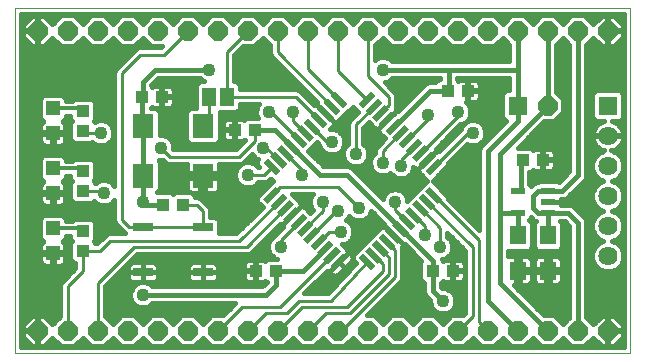
<source format=gtl>
G75*
G70*
%OFA0B0*%
%FSLAX24Y24*%
%IPPOS*%
%LPD*%
%AMOC8*
5,1,8,0,0,1.08239X$1,22.5*
%
%ADD10C,0.0000*%
%ADD11R,0.0472X0.0217*%
%ADD12R,0.0650X0.0300*%
%ADD13R,0.0394X0.0433*%
%ADD14R,0.0472X0.0472*%
%ADD15R,0.0433X0.0394*%
%ADD16OC8,0.0640*%
%ADD17R,0.0709X0.0787*%
%ADD18R,0.0460X0.0630*%
%ADD19R,0.0551X0.0630*%
%ADD20R,0.0640X0.0640*%
%ADD21C,0.0640*%
%ADD22R,0.0217X0.0591*%
%ADD23C,0.0160*%
%ADD24C,0.0436*%
%ADD25C,0.0100*%
%ADD26C,0.0120*%
D10*
X000431Y001218D02*
X000431Y012718D01*
X020931Y012718D01*
X020931Y001218D01*
X000431Y001218D01*
D11*
X017170Y005894D03*
X018193Y005894D03*
X018193Y006268D03*
X018193Y006642D03*
X017170Y006642D03*
D12*
X006681Y005418D03*
X004681Y005418D03*
X004681Y003918D03*
X006681Y003918D03*
D13*
X006016Y006168D03*
X005347Y006168D03*
D14*
X001681Y006554D03*
X001681Y007381D03*
X001681Y008554D03*
X001681Y009381D03*
X001681Y005381D03*
X001681Y004554D03*
D15*
X002681Y004633D03*
X002681Y005302D03*
X002681Y006633D03*
X002681Y007302D03*
X002681Y008633D03*
X002681Y009302D03*
X004647Y009768D03*
X005316Y009768D03*
X007747Y008668D03*
X008416Y008668D03*
X014847Y009968D03*
X015516Y009968D03*
X017347Y007668D03*
X018016Y007668D03*
X015016Y003968D03*
X014347Y003968D03*
X009116Y003968D03*
X008447Y003968D03*
D16*
X008181Y001968D03*
X009181Y001968D03*
X010181Y001968D03*
X011181Y001968D03*
X012181Y001968D03*
X013181Y001968D03*
X014181Y001968D03*
X015181Y001968D03*
X016181Y001968D03*
X017181Y001968D03*
X018181Y001968D03*
X019181Y001968D03*
X020181Y001968D03*
X018181Y009468D03*
X018181Y011968D03*
X019181Y011968D03*
X020181Y011968D03*
X017181Y011968D03*
X016181Y011968D03*
X015181Y011968D03*
X014181Y011968D03*
X013181Y011968D03*
X012181Y011968D03*
X011181Y011968D03*
X010181Y011968D03*
X009181Y011968D03*
X008181Y011968D03*
X007181Y011968D03*
X006181Y011968D03*
X005181Y011968D03*
X004181Y011968D03*
X003181Y011968D03*
X002181Y011968D03*
X001181Y011968D03*
X001181Y001968D03*
X002181Y001968D03*
X003181Y001968D03*
X004181Y001968D03*
X005181Y001968D03*
X006181Y001968D03*
X007181Y001968D03*
D17*
X006681Y007141D03*
X004681Y007141D03*
X004681Y008794D03*
X006681Y008794D03*
D18*
X006881Y009768D03*
X007481Y009768D03*
D19*
X017181Y005158D03*
X018181Y005158D03*
X018181Y003977D03*
X017181Y003977D03*
D20*
X017181Y009468D03*
X020181Y009468D03*
D21*
X020181Y008468D03*
X020181Y007468D03*
X020181Y006468D03*
X020181Y005468D03*
X020181Y004468D03*
D22*
G36*
X014666Y006362D02*
X014514Y006210D01*
X014098Y006626D01*
X014250Y006778D01*
X014666Y006362D01*
G37*
G36*
X014443Y006140D02*
X014291Y005988D01*
X013875Y006404D01*
X014027Y006556D01*
X014443Y006140D01*
G37*
G36*
X014220Y005917D02*
X014068Y005765D01*
X013652Y006181D01*
X013804Y006333D01*
X014220Y005917D01*
G37*
G36*
X013998Y005694D02*
X013846Y005542D01*
X013430Y005958D01*
X013582Y006110D01*
X013998Y005694D01*
G37*
G36*
X013775Y005471D02*
X013623Y005319D01*
X013207Y005735D01*
X013359Y005887D01*
X013775Y005471D01*
G37*
G36*
X013552Y005249D02*
X013400Y005097D01*
X012984Y005513D01*
X013136Y005665D01*
X013552Y005249D01*
G37*
G36*
X013330Y005026D02*
X013178Y004874D01*
X012762Y005290D01*
X012914Y005442D01*
X013330Y005026D01*
G37*
G36*
X013107Y004803D02*
X012955Y004651D01*
X012539Y005067D01*
X012691Y005219D01*
X013107Y004803D01*
G37*
G36*
X012884Y004581D02*
X012732Y004429D01*
X012316Y004845D01*
X012468Y004997D01*
X012884Y004581D01*
G37*
G36*
X012661Y004358D02*
X012509Y004206D01*
X012093Y004622D01*
X012245Y004774D01*
X012661Y004358D01*
G37*
G36*
X012439Y004135D02*
X012287Y003983D01*
X011871Y004399D01*
X012023Y004551D01*
X012439Y004135D01*
G37*
G36*
X011076Y003983D02*
X010924Y004135D01*
X011340Y004551D01*
X011492Y004399D01*
X011076Y003983D01*
G37*
G36*
X010853Y004206D02*
X010701Y004358D01*
X011117Y004774D01*
X011269Y004622D01*
X010853Y004206D01*
G37*
G36*
X010631Y004429D02*
X010479Y004581D01*
X010895Y004997D01*
X011047Y004845D01*
X010631Y004429D01*
G37*
G36*
X010408Y004651D02*
X010256Y004803D01*
X010672Y005219D01*
X010824Y005067D01*
X010408Y004651D01*
G37*
G36*
X010185Y004874D02*
X010033Y005026D01*
X010449Y005442D01*
X010601Y005290D01*
X010185Y004874D01*
G37*
G36*
X009963Y005097D02*
X009811Y005249D01*
X010227Y005665D01*
X010379Y005513D01*
X009963Y005097D01*
G37*
G36*
X009740Y005319D02*
X009588Y005471D01*
X010004Y005887D01*
X010156Y005735D01*
X009740Y005319D01*
G37*
G36*
X009517Y005542D02*
X009365Y005694D01*
X009781Y006110D01*
X009933Y005958D01*
X009517Y005542D01*
G37*
G36*
X009294Y005765D02*
X009142Y005917D01*
X009558Y006333D01*
X009710Y006181D01*
X009294Y005765D01*
G37*
G36*
X009072Y005988D02*
X008920Y006140D01*
X009336Y006556D01*
X009488Y006404D01*
X009072Y005988D01*
G37*
G36*
X008849Y006210D02*
X008697Y006362D01*
X009113Y006778D01*
X009265Y006626D01*
X008849Y006210D01*
G37*
G36*
X009265Y007309D02*
X009113Y007157D01*
X008697Y007573D01*
X008849Y007725D01*
X009265Y007309D01*
G37*
G36*
X009488Y007532D02*
X009336Y007380D01*
X008920Y007796D01*
X009072Y007948D01*
X009488Y007532D01*
G37*
G36*
X009710Y007754D02*
X009558Y007602D01*
X009142Y008018D01*
X009294Y008170D01*
X009710Y007754D01*
G37*
G36*
X009933Y007977D02*
X009781Y007825D01*
X009365Y008241D01*
X009517Y008393D01*
X009933Y007977D01*
G37*
G36*
X010156Y008200D02*
X010004Y008048D01*
X009588Y008464D01*
X009740Y008616D01*
X010156Y008200D01*
G37*
G36*
X010379Y008422D02*
X010227Y008270D01*
X009811Y008686D01*
X009963Y008838D01*
X010379Y008422D01*
G37*
G36*
X010601Y008645D02*
X010449Y008493D01*
X010033Y008909D01*
X010185Y009061D01*
X010601Y008645D01*
G37*
G36*
X010824Y008868D02*
X010672Y008716D01*
X010256Y009132D01*
X010408Y009284D01*
X010824Y008868D01*
G37*
G36*
X011047Y009090D02*
X010895Y008938D01*
X010479Y009354D01*
X010631Y009506D01*
X011047Y009090D01*
G37*
G36*
X011269Y009313D02*
X011117Y009161D01*
X010701Y009577D01*
X010853Y009729D01*
X011269Y009313D01*
G37*
G36*
X011492Y009536D02*
X011340Y009384D01*
X010924Y009800D01*
X011076Y009952D01*
X011492Y009536D01*
G37*
G36*
X012023Y009384D02*
X011871Y009536D01*
X012287Y009952D01*
X012439Y009800D01*
X012023Y009384D01*
G37*
G36*
X012245Y009161D02*
X012093Y009313D01*
X012509Y009729D01*
X012661Y009577D01*
X012245Y009161D01*
G37*
G36*
X012468Y008938D02*
X012316Y009090D01*
X012732Y009506D01*
X012884Y009354D01*
X012468Y008938D01*
G37*
G36*
X012691Y008716D02*
X012539Y008868D01*
X012955Y009284D01*
X013107Y009132D01*
X012691Y008716D01*
G37*
G36*
X012914Y008493D02*
X012762Y008645D01*
X013178Y009061D01*
X013330Y008909D01*
X012914Y008493D01*
G37*
G36*
X013136Y008270D02*
X012984Y008422D01*
X013400Y008838D01*
X013552Y008686D01*
X013136Y008270D01*
G37*
G36*
X013359Y008048D02*
X013207Y008200D01*
X013623Y008616D01*
X013775Y008464D01*
X013359Y008048D01*
G37*
G36*
X013582Y007825D02*
X013430Y007977D01*
X013846Y008393D01*
X013998Y008241D01*
X013582Y007825D01*
G37*
G36*
X013804Y007602D02*
X013652Y007754D01*
X014068Y008170D01*
X014220Y008018D01*
X013804Y007602D01*
G37*
G36*
X014027Y007380D02*
X013875Y007532D01*
X014291Y007948D01*
X014443Y007796D01*
X014027Y007380D01*
G37*
G36*
X014250Y007157D02*
X014098Y007309D01*
X014514Y007725D01*
X014666Y007573D01*
X014250Y007157D01*
G37*
D23*
X014369Y006992D02*
X015901Y006992D01*
X015901Y007151D02*
X014528Y007151D01*
X014686Y007309D02*
X015901Y007309D01*
X015901Y007468D02*
X014845Y007468D01*
X014867Y007490D02*
X014867Y007573D01*
X015489Y008195D01*
X015598Y008149D01*
X015765Y008149D01*
X015918Y008213D01*
X016036Y008331D01*
X016099Y008484D01*
X016099Y008651D01*
X016036Y008804D01*
X015918Y008922D01*
X015765Y008986D01*
X015598Y008986D01*
X015445Y008922D01*
X015327Y008804D01*
X015281Y008694D01*
X014541Y007954D01*
X014495Y007999D01*
X014159Y007664D01*
X014495Y008000D01*
X014449Y008045D01*
X015253Y008849D01*
X015265Y008849D01*
X015418Y008913D01*
X015536Y009031D01*
X015599Y009184D01*
X015599Y009351D01*
X015536Y009504D01*
X015449Y009591D01*
X015498Y009591D01*
X015498Y009949D01*
X015534Y009949D01*
X015534Y009591D01*
X015756Y009591D01*
X015802Y009603D01*
X015843Y009627D01*
X015877Y009660D01*
X015900Y009701D01*
X015913Y009747D01*
X015913Y009949D01*
X015535Y009949D01*
X015535Y009986D01*
X015913Y009986D01*
X015913Y010188D01*
X015900Y010234D01*
X015877Y010275D01*
X015843Y010308D01*
X015802Y010332D01*
X015756Y010344D01*
X015534Y010344D01*
X015534Y009986D01*
X015498Y009986D01*
X015498Y010344D01*
X015276Y010344D01*
X015230Y010332D01*
X015197Y010313D01*
X015161Y010349D01*
X015161Y010388D01*
X016901Y010388D01*
X016901Y009988D01*
X016779Y009988D01*
X016661Y009870D01*
X016661Y009065D01*
X016772Y008954D01*
X015944Y008126D01*
X015901Y008023D01*
X015901Y007912D01*
X015901Y005328D01*
X014867Y006362D01*
X014867Y006445D01*
X014344Y006968D01*
X014867Y007490D01*
X014921Y007626D02*
X015901Y007626D01*
X015901Y007785D02*
X015079Y007785D01*
X015238Y007943D02*
X015901Y007943D01*
X015934Y008102D02*
X015396Y008102D01*
X015966Y008261D02*
X016079Y008261D01*
X016072Y008419D02*
X016237Y008419D01*
X016099Y008578D02*
X016396Y008578D01*
X016554Y008736D02*
X016064Y008736D01*
X015945Y008895D02*
X016713Y008895D01*
X016673Y009053D02*
X015545Y009053D01*
X015417Y008895D02*
X015374Y008895D01*
X015299Y008736D02*
X015140Y008736D01*
X015165Y008578D02*
X014981Y008578D01*
X015007Y008419D02*
X014823Y008419D01*
X014848Y008261D02*
X014664Y008261D01*
X014690Y008102D02*
X014506Y008102D01*
X014439Y007943D02*
X014439Y007943D01*
X014281Y007785D02*
X014280Y007785D01*
X014159Y007664D02*
X014159Y007664D01*
X014159Y007663D02*
X014159Y007663D01*
X013823Y007327D01*
X013896Y007254D01*
X013896Y007226D01*
X014155Y006968D01*
X013896Y006709D01*
X013674Y006487D01*
X013499Y006312D01*
X013499Y006351D01*
X013436Y006504D01*
X013318Y006622D01*
X013165Y006686D01*
X012998Y006686D01*
X012845Y006622D01*
X012727Y006504D01*
X012672Y006372D01*
X011719Y007326D01*
X011640Y007405D01*
X011537Y007448D01*
X010706Y007448D01*
X010197Y007957D01*
X010357Y008117D01*
X010491Y008250D01*
X010568Y008173D01*
X010627Y008031D01*
X010745Y007913D01*
X010898Y007849D01*
X011065Y007849D01*
X011218Y007913D01*
X011336Y008031D01*
X011399Y008184D01*
X011399Y008351D01*
X011336Y008504D01*
X011218Y008622D01*
X011065Y008686D01*
X010926Y008686D01*
X011025Y008785D01*
X011025Y008813D01*
X011099Y008886D01*
X010763Y009222D01*
X010763Y009222D01*
X011099Y008887D01*
X011172Y008960D01*
X011200Y008960D01*
X011423Y009183D01*
X011681Y009441D01*
X011850Y009272D01*
X011640Y009061D01*
X011569Y008991D01*
X011531Y008899D01*
X011531Y008209D01*
X011427Y008104D01*
X011363Y007951D01*
X011363Y007784D01*
X011427Y007631D01*
X011545Y007513D01*
X011698Y007449D01*
X011865Y007449D01*
X012018Y007513D01*
X012136Y007631D01*
X012199Y007784D01*
X012199Y007951D01*
X012136Y008104D01*
X012031Y008209D01*
X012031Y008746D01*
X012204Y008918D01*
X012385Y008737D01*
X012413Y008737D01*
X012487Y008664D01*
X012822Y009000D01*
X012823Y008999D01*
X012487Y008664D01*
X012560Y008590D01*
X012560Y008562D01*
X012741Y008381D01*
X012540Y008179D01*
X012469Y008109D01*
X012431Y008017D01*
X012431Y007909D01*
X012327Y007804D01*
X012263Y007651D01*
X012263Y007484D01*
X012327Y007331D01*
X012445Y007213D01*
X012598Y007149D01*
X012765Y007149D01*
X012918Y007213D01*
X012931Y007226D01*
X013045Y007113D01*
X013198Y007049D01*
X013365Y007049D01*
X013518Y007113D01*
X013636Y007231D01*
X013699Y007384D01*
X013699Y007423D01*
X013721Y007401D01*
X013750Y007401D01*
X013823Y007328D01*
X014159Y007663D01*
X014122Y007626D02*
X014122Y007626D01*
X013964Y007468D02*
X013963Y007468D01*
X013841Y007309D02*
X013668Y007309D01*
X013556Y007151D02*
X013971Y007151D01*
X014130Y006992D02*
X012053Y006992D01*
X011894Y007151D02*
X012595Y007151D01*
X012768Y007151D02*
X013007Y007151D01*
X012348Y007309D02*
X011736Y007309D01*
X011654Y007468D02*
X010686Y007468D01*
X010528Y007626D02*
X011431Y007626D01*
X011363Y007785D02*
X010369Y007785D01*
X010211Y007943D02*
X010714Y007943D01*
X010597Y008102D02*
X010343Y008102D01*
X010357Y008117D02*
X010357Y008117D01*
X009649Y008109D02*
X010591Y007168D01*
X011481Y007168D01*
X013268Y005381D01*
X014347Y004302D01*
X014347Y003968D01*
X014347Y003302D01*
X014681Y002968D01*
X014263Y002990D02*
X014263Y002884D01*
X014327Y002731D01*
X014445Y002613D01*
X014598Y002549D01*
X014765Y002549D01*
X014918Y002613D01*
X015036Y002731D01*
X015099Y002884D01*
X015099Y003051D01*
X015036Y003204D01*
X014918Y003322D01*
X014765Y003386D01*
X014659Y003386D01*
X014627Y003418D01*
X014627Y003571D01*
X014646Y003571D01*
X014697Y003622D01*
X014730Y003603D01*
X014776Y003591D01*
X014998Y003591D01*
X014998Y003949D01*
X015034Y003949D01*
X015034Y003591D01*
X015256Y003591D01*
X015302Y003603D01*
X015343Y003627D01*
X015377Y003660D01*
X015400Y003701D01*
X015413Y003747D01*
X015413Y003949D01*
X015035Y003949D01*
X015035Y003986D01*
X015413Y003986D01*
X015413Y004188D01*
X015400Y004234D01*
X015377Y004275D01*
X015343Y004308D01*
X015302Y004332D01*
X015256Y004344D01*
X015034Y004344D01*
X015034Y003986D01*
X014998Y003986D01*
X014998Y004344D01*
X014776Y004344D01*
X014730Y004332D01*
X014697Y004313D01*
X014661Y004349D01*
X014665Y004349D01*
X014818Y004413D01*
X014936Y004531D01*
X014999Y004684D01*
X014999Y004851D01*
X014936Y005004D01*
X014831Y005109D01*
X014831Y005246D01*
X015431Y004646D01*
X015431Y002571D01*
X015348Y002488D01*
X014966Y002488D01*
X014681Y002203D01*
X014397Y002488D01*
X013966Y002488D01*
X013681Y002203D01*
X013397Y002488D01*
X012966Y002488D01*
X012681Y002203D01*
X012397Y002488D01*
X012155Y002488D01*
X013293Y003626D01*
X013331Y003718D01*
X013331Y003817D01*
X013331Y004726D01*
X013318Y004759D01*
X013381Y004822D01*
X013046Y005158D01*
X013382Y004822D01*
X013406Y004847D01*
X013968Y004285D01*
X013930Y004247D01*
X013930Y003688D01*
X014047Y003571D01*
X014067Y003571D01*
X014067Y003358D01*
X014067Y003246D01*
X014109Y003144D01*
X014263Y002990D01*
X014224Y003029D02*
X012696Y003029D01*
X012854Y003187D02*
X014091Y003187D01*
X014067Y003346D02*
X013013Y003346D01*
X013172Y003504D02*
X014067Y003504D01*
X013955Y003663D02*
X013309Y003663D01*
X013331Y003821D02*
X013930Y003821D01*
X013930Y003980D02*
X013331Y003980D01*
X013331Y004138D02*
X013930Y004138D01*
X013956Y004297D02*
X013331Y004297D01*
X013331Y004456D02*
X013797Y004456D01*
X013639Y004614D02*
X013331Y004614D01*
X013332Y004773D02*
X013480Y004773D01*
X013273Y004931D02*
X013272Y004931D01*
X013113Y005090D02*
X013114Y005090D01*
X013046Y005158D02*
X013046Y005158D01*
X013045Y005158D02*
X013045Y005158D01*
X012709Y005494D01*
X012636Y005421D01*
X012608Y005421D01*
X012337Y005150D01*
X012115Y004928D01*
X011892Y004705D01*
X011669Y004482D01*
X011669Y004438D01*
X011661Y004469D01*
X011637Y004510D01*
X011544Y004603D01*
X011209Y004267D01*
X011412Y004063D01*
X011208Y004267D01*
X010872Y003931D01*
X010965Y003838D01*
X011006Y003814D01*
X011052Y003802D01*
X011100Y003802D01*
X011145Y003814D01*
X011186Y003838D01*
X011412Y004063D01*
X011637Y004289D01*
X011661Y004330D01*
X011669Y004361D01*
X011669Y004316D01*
X011769Y004217D01*
X010846Y003218D01*
X010067Y003218D01*
X010826Y003977D01*
X010872Y003931D01*
X011208Y004267D01*
X011208Y004267D01*
X011209Y004267D01*
X011208Y004268D01*
X011544Y004603D01*
X011471Y004677D01*
X011471Y004705D01*
X011326Y004849D01*
X011365Y004849D01*
X011518Y004913D01*
X011636Y005031D01*
X011699Y005184D01*
X011699Y005351D01*
X011636Y005504D01*
X011518Y005622D01*
X011454Y005649D01*
X011536Y005731D01*
X011563Y005795D01*
X011645Y005713D01*
X011798Y005649D01*
X011965Y005649D01*
X012118Y005713D01*
X012236Y005831D01*
X012290Y005963D01*
X012734Y005519D01*
X012710Y005494D01*
X013045Y005158D01*
X012956Y005248D02*
X012955Y005248D01*
X012796Y005407D02*
X012797Y005407D01*
X012688Y005565D02*
X011575Y005565D01*
X011529Y005724D02*
X011634Y005724D01*
X011676Y005407D02*
X012594Y005407D01*
X012435Y005248D02*
X011699Y005248D01*
X011660Y005090D02*
X012277Y005090D01*
X012118Y004931D02*
X011536Y004931D01*
X011403Y004773D02*
X011960Y004773D01*
X011801Y004614D02*
X011533Y004614D01*
X011665Y004456D02*
X011669Y004456D01*
X011689Y004297D02*
X011642Y004297D01*
X011696Y004138D02*
X011487Y004138D01*
X011337Y004138D02*
X011336Y004138D01*
X011329Y003980D02*
X011549Y003980D01*
X011403Y003821D02*
X011158Y003821D01*
X010994Y003821D02*
X010670Y003821D01*
X010512Y003663D02*
X011257Y003663D01*
X011110Y003504D02*
X010353Y003504D01*
X010195Y003346D02*
X010964Y003346D01*
X010921Y003980D02*
X010921Y003980D01*
X011079Y004138D02*
X011080Y004138D01*
X011238Y004297D02*
X011238Y004297D01*
X011396Y004456D02*
X011397Y004456D01*
X010763Y004713D02*
X010018Y003968D01*
X009116Y003968D01*
X009116Y003502D01*
X008781Y003168D01*
X004681Y003168D01*
X004303Y003346D02*
X003431Y003346D01*
X003431Y003464D02*
X004485Y004518D01*
X008195Y004518D01*
X008287Y004556D01*
X008357Y004626D01*
X009267Y005536D01*
X009313Y005490D01*
X009649Y005826D01*
X009313Y005490D01*
X009359Y005444D01*
X009140Y005225D01*
X009140Y005225D01*
X009069Y005155D01*
X009058Y005128D01*
X009045Y005122D01*
X008927Y005004D01*
X008863Y004851D01*
X008863Y004684D01*
X008927Y004531D01*
X009045Y004413D01*
X009162Y004364D01*
X008817Y004364D01*
X008766Y004313D01*
X008733Y004332D01*
X008687Y004344D01*
X008465Y004344D01*
X008465Y003986D01*
X008428Y003986D01*
X008428Y003949D01*
X008050Y003949D01*
X008050Y003747D01*
X008063Y003701D01*
X008086Y003660D01*
X008120Y003627D01*
X008161Y003603D01*
X008206Y003591D01*
X008428Y003591D01*
X008428Y003949D01*
X008465Y003949D01*
X008465Y003591D01*
X008687Y003591D01*
X008733Y003603D01*
X008766Y003622D01*
X008803Y003585D01*
X008665Y003448D01*
X004993Y003448D01*
X004918Y003522D01*
X004765Y003586D01*
X004598Y003586D01*
X004445Y003522D01*
X004327Y003404D01*
X004263Y003251D01*
X004263Y003084D01*
X004327Y002931D01*
X004445Y002813D01*
X004598Y002749D01*
X004765Y002749D01*
X004918Y002813D01*
X004993Y002888D01*
X007748Y002888D01*
X007348Y002488D01*
X006966Y002488D01*
X006681Y002203D01*
X006397Y002488D01*
X005966Y002488D01*
X005681Y002203D01*
X005397Y002488D01*
X004966Y002488D01*
X004681Y002203D01*
X004397Y002488D01*
X003966Y002488D01*
X003681Y002203D01*
X003431Y002453D01*
X003431Y003464D01*
X003472Y003504D02*
X004427Y003504D01*
X004333Y003588D02*
X004681Y003588D01*
X004681Y003917D01*
X004682Y003917D01*
X004682Y003918D01*
X005186Y003918D01*
X005186Y004091D01*
X005174Y004137D01*
X005150Y004178D01*
X005117Y004212D01*
X005076Y004235D01*
X005030Y004248D01*
X004682Y004248D01*
X004682Y003918D01*
X004681Y003918D01*
X004681Y004248D01*
X004333Y004248D01*
X004287Y004235D01*
X004246Y004212D01*
X004212Y004178D01*
X004189Y004137D01*
X004176Y004091D01*
X004176Y003918D01*
X004681Y003918D01*
X004681Y003917D01*
X004176Y003917D01*
X004176Y003744D01*
X004189Y003698D01*
X004212Y003657D01*
X004246Y003624D01*
X004287Y003600D01*
X004333Y003588D01*
X004209Y003663D02*
X003630Y003663D01*
X003789Y003821D02*
X004176Y003821D01*
X004176Y003980D02*
X003947Y003980D01*
X004106Y004138D02*
X004190Y004138D01*
X004264Y004297D02*
X008108Y004297D01*
X008120Y004308D02*
X008086Y004275D01*
X008063Y004234D01*
X008050Y004188D01*
X008050Y003986D01*
X008428Y003986D01*
X008428Y004344D01*
X008206Y004344D01*
X008161Y004332D01*
X008120Y004308D01*
X008050Y004138D02*
X007173Y004138D01*
X007174Y004137D02*
X007150Y004178D01*
X007117Y004212D01*
X007076Y004235D01*
X007030Y004248D01*
X006682Y004248D01*
X006682Y003918D01*
X007186Y003918D01*
X007186Y004091D01*
X007174Y004137D01*
X007186Y003980D02*
X008428Y003980D01*
X008428Y004138D02*
X008465Y004138D01*
X008465Y004297D02*
X008428Y004297D01*
X008345Y004614D02*
X008892Y004614D01*
X008863Y004773D02*
X008504Y004773D01*
X008662Y004931D02*
X008897Y004931D01*
X008821Y005090D02*
X009012Y005090D01*
X008979Y005248D02*
X009163Y005248D01*
X009138Y005407D02*
X009322Y005407D01*
X009388Y005565D02*
X009389Y005565D01*
X009547Y005724D02*
X009547Y005724D01*
X009649Y005826D02*
X009649Y005826D01*
X009649Y005827D02*
X009985Y006162D01*
X009912Y006236D01*
X009912Y006264D01*
X009658Y006518D01*
X010340Y006518D01*
X010327Y006504D01*
X010263Y006351D01*
X010263Y006184D01*
X010327Y006031D01*
X010359Y005999D01*
X010268Y005908D01*
X010087Y006089D01*
X010059Y006089D01*
X009985Y006162D01*
X009650Y005826D01*
X009649Y005827D01*
X009705Y005882D02*
X009706Y005882D01*
X009864Y006041D02*
X009864Y006041D01*
X010135Y006041D02*
X010323Y006041D01*
X010263Y006199D02*
X009948Y006199D01*
X009818Y006358D02*
X010266Y006358D01*
X010339Y006517D02*
X009659Y006517D01*
X009018Y006968D02*
X008496Y006445D01*
X008496Y006279D01*
X008677Y006098D01*
X007796Y005218D01*
X007206Y005218D01*
X007206Y005650D01*
X007089Y005768D01*
X006931Y005768D01*
X006931Y006017D01*
X006893Y006109D01*
X006823Y006179D01*
X006693Y006309D01*
X006623Y006379D01*
X006531Y006418D01*
X006413Y006418D01*
X006413Y006467D01*
X006313Y006567D01*
X006601Y006567D01*
X006601Y007061D01*
X006147Y007061D01*
X006147Y006723D01*
X006159Y006678D01*
X006183Y006637D01*
X006217Y006603D01*
X006250Y006584D01*
X005736Y006584D01*
X005681Y006529D01*
X005626Y006584D01*
X005156Y006584D01*
X005236Y006664D01*
X005236Y007617D01*
X005204Y007649D01*
X005346Y007649D01*
X005440Y007556D01*
X005532Y007518D01*
X005631Y007518D01*
X006147Y007518D01*
X006147Y007221D01*
X006601Y007221D01*
X006601Y007061D01*
X006761Y007061D01*
X006761Y006567D01*
X007059Y006567D01*
X007105Y006579D01*
X007146Y006603D01*
X007180Y006637D01*
X007203Y006678D01*
X007216Y006723D01*
X007216Y007061D01*
X006762Y007061D01*
X006762Y007221D01*
X007216Y007221D01*
X007216Y007518D01*
X007931Y007518D01*
X008023Y007556D01*
X008093Y007626D01*
X008319Y007851D01*
X008327Y007831D01*
X008445Y007713D01*
X008521Y007681D01*
X008496Y007656D01*
X008496Y007490D01*
X008568Y007418D01*
X008523Y007418D01*
X008418Y007522D01*
X008265Y007586D01*
X008098Y007586D01*
X007945Y007522D01*
X007827Y007404D01*
X007763Y007251D01*
X007763Y007084D01*
X007827Y006931D01*
X007945Y006813D01*
X008098Y006749D01*
X008265Y006749D01*
X008418Y006813D01*
X008523Y006918D01*
X008758Y006918D01*
X008849Y006956D01*
X008920Y007026D01*
X008940Y007046D01*
X009018Y006968D01*
X008994Y006992D02*
X008886Y006992D01*
X008884Y006834D02*
X008439Y006834D01*
X008726Y006675D02*
X007202Y006675D01*
X007216Y006834D02*
X007924Y006834D01*
X007801Y006992D02*
X007216Y006992D01*
X007216Y007309D02*
X007788Y007309D01*
X007763Y007151D02*
X006762Y007151D01*
X006761Y006992D02*
X006601Y006992D01*
X006601Y007151D02*
X005236Y007151D01*
X005236Y007309D02*
X006147Y007309D01*
X006147Y007468D02*
X005236Y007468D01*
X005227Y007626D02*
X005369Y007626D01*
X005699Y008018D02*
X005699Y008151D01*
X005636Y008304D01*
X005518Y008422D01*
X005365Y008486D01*
X005236Y008486D01*
X005236Y009271D01*
X005119Y009388D01*
X004963Y009388D01*
X004997Y009422D01*
X005030Y009403D01*
X005076Y009391D01*
X005298Y009391D01*
X005298Y009749D01*
X005334Y009749D01*
X005334Y009391D01*
X005556Y009391D01*
X005602Y009403D01*
X005643Y009427D01*
X005677Y009460D01*
X005700Y009501D01*
X005713Y009547D01*
X005713Y009749D01*
X005335Y009749D01*
X005335Y009786D01*
X005713Y009786D01*
X005713Y009988D01*
X005700Y010034D01*
X005677Y010075D01*
X005643Y010108D01*
X005602Y010132D01*
X005556Y010144D01*
X005334Y010144D01*
X005334Y009786D01*
X005298Y009786D01*
X005298Y010144D01*
X005076Y010144D01*
X005030Y010132D01*
X004997Y010113D01*
X004961Y010149D01*
X004961Y010152D01*
X005197Y010388D01*
X006570Y010388D01*
X006645Y010313D01*
X006718Y010283D01*
X006569Y010283D01*
X006451Y010165D01*
X006451Y009388D01*
X006244Y009388D01*
X006127Y009271D01*
X006127Y008318D01*
X006244Y008201D01*
X007119Y008201D01*
X007236Y008318D01*
X007236Y009253D01*
X007794Y009253D01*
X007911Y009370D01*
X007911Y009518D01*
X008540Y009518D01*
X008527Y009504D01*
X008463Y009351D01*
X008463Y009184D01*
X008513Y009064D01*
X008117Y009064D01*
X008066Y009013D01*
X008033Y009032D01*
X007987Y009044D01*
X007765Y009044D01*
X007765Y008686D01*
X007728Y008686D01*
X007728Y008649D01*
X007350Y008649D01*
X007350Y008447D01*
X007363Y008401D01*
X007386Y008360D01*
X007420Y008327D01*
X007461Y008303D01*
X007506Y008291D01*
X007728Y008291D01*
X007728Y008649D01*
X007765Y008649D01*
X007765Y008291D01*
X007987Y008291D01*
X008033Y008303D01*
X008066Y008322D01*
X008074Y008314D01*
X007778Y008018D01*
X005699Y008018D01*
X005699Y008102D02*
X007862Y008102D01*
X008021Y008261D02*
X007179Y008261D01*
X007236Y008419D02*
X007358Y008419D01*
X007350Y008578D02*
X007236Y008578D01*
X007350Y008686D02*
X007728Y008686D01*
X007728Y009044D01*
X007506Y009044D01*
X007461Y009032D01*
X007420Y009008D01*
X007386Y008975D01*
X007363Y008934D01*
X007350Y008888D01*
X007350Y008686D01*
X007350Y008736D02*
X007236Y008736D01*
X007236Y008895D02*
X007352Y008895D01*
X007236Y009053D02*
X008106Y009053D01*
X007765Y008895D02*
X007728Y008895D01*
X007728Y008736D02*
X007765Y008736D01*
X007765Y008578D02*
X007728Y008578D01*
X007728Y008419D02*
X007765Y008419D01*
X008416Y008668D02*
X009091Y008668D01*
X009649Y008109D01*
X008496Y007626D02*
X008094Y007626D01*
X007890Y007468D02*
X007216Y007468D01*
X006761Y006834D02*
X006601Y006834D01*
X006601Y006675D02*
X006761Y006675D01*
X006644Y006358D02*
X008496Y006358D01*
X008567Y006517D02*
X006363Y006517D01*
X006161Y006675D02*
X005236Y006675D01*
X005236Y006834D02*
X006147Y006834D01*
X006147Y006992D02*
X005236Y006992D01*
X004681Y007141D02*
X004681Y006268D01*
X004781Y006168D01*
X005347Y006168D01*
X004681Y006468D02*
X004681Y007141D01*
X004681Y008794D01*
X004647Y008794D01*
X004647Y009768D01*
X004681Y009733D01*
X004681Y010268D01*
X005081Y010668D01*
X006881Y010668D01*
X006636Y010322D02*
X005131Y010322D01*
X004973Y010163D02*
X006451Y010163D01*
X006451Y010005D02*
X005708Y010005D01*
X005713Y009846D02*
X006451Y009846D01*
X006451Y009687D02*
X005713Y009687D01*
X005708Y009529D02*
X006451Y009529D01*
X006227Y009370D02*
X005136Y009370D01*
X005236Y009212D02*
X006127Y009212D01*
X006127Y009053D02*
X005236Y009053D01*
X005236Y008895D02*
X006127Y008895D01*
X006127Y008736D02*
X005236Y008736D01*
X005236Y008578D02*
X006127Y008578D01*
X006127Y008419D02*
X005521Y008419D01*
X005654Y008261D02*
X006184Y008261D01*
X007236Y009212D02*
X008463Y009212D01*
X008471Y009370D02*
X007911Y009370D01*
X007911Y010018D02*
X009722Y010018D01*
X009822Y010018D01*
X009914Y009979D01*
X010381Y009513D01*
X010426Y009558D01*
X010762Y009223D01*
X010763Y009223D01*
X010427Y009559D01*
X010473Y009604D01*
X009040Y011037D01*
X008969Y011108D01*
X008931Y011199D01*
X008931Y011482D01*
X008681Y011732D01*
X008397Y011448D01*
X008015Y011448D01*
X007731Y011164D01*
X007731Y010283D01*
X007794Y010283D01*
X007911Y010165D01*
X007911Y010018D01*
X007911Y010163D02*
X009914Y010163D01*
X009853Y010005D02*
X010073Y010005D01*
X010047Y009846D02*
X010231Y009846D01*
X010206Y009687D02*
X010390Y009687D01*
X010397Y009529D02*
X010364Y009529D01*
X010456Y009529D02*
X010457Y009529D01*
X010614Y009370D02*
X010615Y009370D01*
X010773Y009212D02*
X010774Y009212D01*
X010932Y009053D02*
X010932Y009053D01*
X011090Y008895D02*
X011091Y008895D01*
X011107Y008895D02*
X011531Y008895D01*
X011531Y008736D02*
X010977Y008736D01*
X011263Y008578D02*
X011531Y008578D01*
X011531Y008419D02*
X011371Y008419D01*
X011399Y008261D02*
X011531Y008261D01*
X011426Y008102D02*
X011365Y008102D01*
X011363Y007943D02*
X011249Y007943D01*
X011909Y007468D02*
X012270Y007468D01*
X012263Y007626D02*
X012131Y007626D01*
X012199Y007785D02*
X012319Y007785D01*
X012431Y007943D02*
X012199Y007943D01*
X012137Y008102D02*
X012467Y008102D01*
X012621Y008261D02*
X012031Y008261D01*
X012031Y008419D02*
X012703Y008419D01*
X012560Y008578D02*
X012031Y008578D01*
X012031Y008736D02*
X012414Y008736D01*
X012559Y008736D02*
X012560Y008736D01*
X012717Y008895D02*
X012718Y008895D01*
X012823Y009000D02*
X013159Y009336D01*
X013105Y009390D01*
X013131Y009454D01*
X013131Y009554D01*
X013131Y009817D01*
X013093Y009909D01*
X013023Y009979D01*
X012753Y010249D01*
X012765Y010249D01*
X012918Y010313D01*
X012993Y010388D01*
X014601Y010388D01*
X014601Y010364D01*
X014547Y010364D01*
X014431Y010248D01*
X014292Y010248D01*
X014180Y010248D01*
X014077Y010205D01*
X013184Y009311D01*
X013159Y009336D01*
X012823Y009000D01*
X012823Y009000D01*
X012876Y009053D02*
X012877Y009053D01*
X013035Y009212D02*
X013035Y009212D01*
X013124Y009370D02*
X013243Y009370D01*
X013131Y009529D02*
X013401Y009529D01*
X013560Y009687D02*
X013131Y009687D01*
X013119Y009846D02*
X013719Y009846D01*
X013877Y010005D02*
X012998Y010005D01*
X012839Y010163D02*
X014036Y010163D01*
X014236Y009968D02*
X013046Y008777D01*
X012227Y008895D02*
X012180Y008895D01*
X011791Y009212D02*
X011452Y009212D01*
X011611Y009370D02*
X011752Y009370D01*
X011632Y009053D02*
X011294Y009053D01*
X009755Y010322D02*
X007731Y010322D01*
X007731Y010480D02*
X009597Y010480D01*
X009438Y010639D02*
X007731Y010639D01*
X007731Y010797D02*
X009280Y010797D01*
X009121Y010956D02*
X007731Y010956D01*
X007731Y011114D02*
X008967Y011114D01*
X008931Y011273D02*
X007840Y011273D01*
X007999Y011431D02*
X008931Y011431D01*
X008824Y011590D02*
X008539Y011590D01*
X008681Y012203D02*
X008397Y012488D01*
X007966Y012488D01*
X007681Y012203D01*
X007397Y012488D01*
X006966Y012488D01*
X006681Y012203D01*
X006397Y012488D01*
X005966Y012488D01*
X005681Y012203D01*
X005397Y012488D01*
X004966Y012488D01*
X004681Y012203D01*
X004397Y012488D01*
X003966Y012488D01*
X003681Y012203D01*
X003397Y012488D01*
X002966Y012488D01*
X002681Y012203D01*
X002397Y012488D01*
X001966Y012488D01*
X001667Y012189D01*
X001389Y012468D01*
X001201Y012468D01*
X001201Y011988D01*
X001161Y011988D01*
X001161Y012468D01*
X000974Y012468D01*
X000681Y012175D01*
X000681Y011988D01*
X001161Y011988D01*
X001161Y011947D01*
X001201Y011947D01*
X001201Y011468D01*
X001389Y011468D01*
X001667Y011746D01*
X001966Y011448D01*
X002397Y011448D01*
X002681Y011732D01*
X002966Y011448D01*
X003397Y011448D01*
X003681Y011732D01*
X003966Y011448D01*
X004397Y011448D01*
X004681Y011732D01*
X004966Y011448D01*
X005308Y011448D01*
X005278Y011418D01*
X004532Y011418D01*
X004440Y011379D01*
X004369Y011309D01*
X003769Y010709D01*
X003731Y010617D01*
X003731Y010518D01*
X003731Y006809D01*
X003618Y006922D01*
X003465Y006986D01*
X003298Y006986D01*
X003145Y006922D01*
X003105Y006883D01*
X003098Y006883D01*
X003098Y006913D01*
X003043Y006968D01*
X003098Y007022D01*
X003098Y007582D01*
X002981Y007699D01*
X002382Y007699D01*
X002324Y007641D01*
X002118Y007641D01*
X002118Y007700D01*
X002000Y007817D01*
X001362Y007817D01*
X001245Y007700D01*
X001245Y007062D01*
X001359Y006948D01*
X001335Y006934D01*
X001301Y006901D01*
X001277Y006860D01*
X001265Y006814D01*
X001265Y006592D01*
X001643Y006592D01*
X001643Y006516D01*
X001265Y006516D01*
X001265Y006294D01*
X001277Y006248D01*
X001301Y006207D01*
X001335Y006174D01*
X001376Y006150D01*
X001421Y006138D01*
X001643Y006138D01*
X001643Y006516D01*
X001720Y006516D01*
X001720Y006592D01*
X002098Y006592D01*
X002098Y006814D01*
X002085Y006860D01*
X002062Y006901D01*
X002028Y006934D01*
X002004Y006948D01*
X002118Y007062D01*
X002118Y007121D01*
X002265Y007121D01*
X002265Y007022D01*
X002320Y006968D01*
X002265Y006913D01*
X002265Y006353D01*
X002382Y006236D01*
X002981Y006236D01*
X003051Y006306D01*
X003145Y006213D01*
X003298Y006149D01*
X003465Y006149D01*
X003618Y006213D01*
X003731Y006326D01*
X003731Y005618D01*
X003769Y005526D01*
X003840Y005456D01*
X004078Y005218D01*
X003631Y005218D01*
X003532Y005218D01*
X003440Y005179D01*
X003143Y004883D01*
X003098Y004883D01*
X003098Y004913D01*
X003043Y004968D01*
X003098Y005022D01*
X003098Y005582D01*
X002981Y005699D01*
X002382Y005699D01*
X002324Y005641D01*
X002118Y005641D01*
X002118Y005700D01*
X002000Y005817D01*
X001362Y005817D01*
X001245Y005700D01*
X001245Y005062D01*
X001359Y004948D01*
X001335Y004934D01*
X001301Y004901D01*
X001277Y004860D01*
X001265Y004814D01*
X001265Y004592D01*
X001643Y004592D01*
X001643Y004516D01*
X001265Y004516D01*
X001265Y004294D01*
X001277Y004248D01*
X001301Y004207D01*
X001335Y004174D01*
X001376Y004150D01*
X001421Y004138D01*
X001643Y004138D01*
X001643Y004516D01*
X001720Y004516D01*
X001720Y004592D01*
X002098Y004592D01*
X002098Y004814D01*
X002085Y004860D01*
X002062Y004901D01*
X002028Y004934D01*
X002004Y004948D01*
X002118Y005062D01*
X002118Y005121D01*
X002265Y005121D01*
X002265Y005022D01*
X002320Y004968D01*
X002265Y004913D01*
X002265Y004353D01*
X002382Y004236D01*
X002431Y004236D01*
X002431Y004071D01*
X001969Y003609D01*
X001931Y003517D01*
X001931Y003418D01*
X001931Y002453D01*
X001667Y002189D01*
X001389Y002468D01*
X001201Y002468D01*
X001201Y001988D01*
X001161Y001988D01*
X001161Y002468D01*
X000974Y002468D01*
X000681Y002175D01*
X000681Y001988D01*
X001161Y001988D01*
X001161Y001947D01*
X001201Y001947D01*
X001201Y001468D01*
X001389Y001468D01*
X001667Y001746D01*
X001966Y001448D01*
X002397Y001448D01*
X002681Y001732D01*
X002966Y001448D01*
X003397Y001448D01*
X003681Y001732D01*
X003966Y001448D01*
X004397Y001448D01*
X004681Y001732D01*
X004966Y001448D01*
X005397Y001448D01*
X005681Y001732D01*
X005966Y001448D01*
X006397Y001448D01*
X006681Y001732D01*
X006966Y001448D01*
X007397Y001448D01*
X007681Y001732D01*
X007966Y001448D01*
X008397Y001448D01*
X008681Y001732D01*
X008966Y001448D01*
X009397Y001448D01*
X009681Y001732D01*
X009966Y001448D01*
X010397Y001448D01*
X010681Y001732D01*
X010966Y001448D01*
X011397Y001448D01*
X011681Y001732D01*
X011966Y001448D01*
X012397Y001448D01*
X012681Y001732D01*
X012966Y001448D01*
X013397Y001448D01*
X013681Y001732D01*
X013966Y001448D01*
X014397Y001448D01*
X014681Y001732D01*
X014966Y001448D01*
X015397Y001448D01*
X015681Y001732D01*
X015966Y001448D01*
X016397Y001448D01*
X016681Y001732D01*
X016966Y001448D01*
X017397Y001448D01*
X017681Y001732D01*
X017966Y001448D01*
X018397Y001448D01*
X018681Y001732D01*
X018966Y001448D01*
X019397Y001448D01*
X019696Y001746D01*
X019974Y001468D01*
X020161Y001468D01*
X020161Y001947D01*
X020201Y001947D01*
X020201Y001468D01*
X020389Y001468D01*
X020681Y001760D01*
X020731Y001760D01*
X020681Y001760D02*
X020681Y001947D01*
X020202Y001947D01*
X020202Y001988D01*
X020681Y001988D01*
X020681Y002175D01*
X020389Y002468D01*
X020201Y002468D01*
X020201Y001988D01*
X020161Y001988D01*
X020161Y002468D01*
X019974Y002468D01*
X019696Y002189D01*
X019461Y002423D01*
X019461Y005623D01*
X019419Y005726D01*
X019340Y005805D01*
X019014Y006131D01*
X018911Y006174D01*
X018800Y006174D01*
X018609Y006174D01*
X018609Y006267D01*
X018194Y006267D01*
X018194Y006268D01*
X018609Y006268D01*
X018609Y006362D01*
X018711Y006362D01*
X018814Y006404D01*
X019340Y006930D01*
X019419Y007009D01*
X019461Y007112D01*
X019461Y011512D01*
X019696Y011746D01*
X019974Y011468D01*
X020161Y011468D01*
X020161Y011947D01*
X020201Y011947D01*
X020201Y011468D01*
X020389Y011468D01*
X020681Y011760D01*
X020681Y011947D01*
X020202Y011947D01*
X020202Y011988D01*
X020681Y011988D01*
X020681Y012175D01*
X020389Y012468D01*
X020201Y012468D01*
X020201Y011988D01*
X020161Y011988D01*
X020161Y012468D01*
X019974Y012468D01*
X019696Y012189D01*
X019397Y012488D01*
X018966Y012488D01*
X018681Y012203D01*
X018397Y012488D01*
X017966Y012488D01*
X017681Y012203D01*
X017397Y012488D01*
X016966Y012488D01*
X016681Y012203D01*
X016397Y012488D01*
X015966Y012488D01*
X015681Y012203D01*
X015397Y012488D01*
X014966Y012488D01*
X014681Y012203D01*
X014397Y012488D01*
X013966Y012488D01*
X013681Y012203D01*
X013397Y012488D01*
X012966Y012488D01*
X012681Y012203D01*
X012397Y012488D01*
X011966Y012488D01*
X011681Y012203D01*
X011397Y012488D01*
X010966Y012488D01*
X010681Y012203D01*
X010397Y012488D01*
X009966Y012488D01*
X009681Y012203D01*
X009397Y012488D01*
X008966Y012488D01*
X008681Y012203D01*
X008660Y012224D02*
X008703Y012224D01*
X008861Y012383D02*
X008502Y012383D01*
X007861Y012383D02*
X007502Y012383D01*
X007660Y012224D02*
X007703Y012224D01*
X006861Y012383D02*
X006502Y012383D01*
X006660Y012224D02*
X006703Y012224D01*
X005861Y012383D02*
X005502Y012383D01*
X005660Y012224D02*
X005703Y012224D01*
X004861Y012383D02*
X004502Y012383D01*
X004660Y012224D02*
X004703Y012224D01*
X004824Y011590D02*
X004539Y011590D01*
X004333Y011273D02*
X000631Y011273D01*
X000631Y011431D02*
X005292Y011431D01*
X004175Y011114D02*
X000631Y011114D01*
X000631Y010956D02*
X004016Y010956D01*
X003858Y010797D02*
X000631Y010797D01*
X000631Y010639D02*
X003740Y010639D01*
X003731Y010480D02*
X000631Y010480D01*
X000631Y010322D02*
X003731Y010322D01*
X003731Y010163D02*
X000631Y010163D01*
X000631Y010005D02*
X003731Y010005D01*
X003731Y009846D02*
X000631Y009846D01*
X000631Y009687D02*
X001245Y009687D01*
X001245Y009700D02*
X001245Y009062D01*
X001359Y008948D01*
X001335Y008934D01*
X001301Y008901D01*
X001277Y008860D01*
X001265Y008814D01*
X001265Y008592D01*
X001643Y008592D01*
X001643Y008516D01*
X001265Y008516D01*
X001265Y008294D01*
X001277Y008248D01*
X001301Y008207D01*
X001335Y008174D01*
X001376Y008150D01*
X001421Y008138D01*
X001643Y008138D01*
X001643Y008516D01*
X001720Y008516D01*
X001720Y008592D01*
X002098Y008592D01*
X002098Y008814D01*
X002085Y008860D01*
X002062Y008901D01*
X002028Y008934D01*
X002004Y008948D01*
X002118Y009062D01*
X002118Y009121D01*
X002265Y009121D01*
X002265Y009022D01*
X002320Y008968D01*
X002265Y008913D01*
X002265Y008353D01*
X002382Y008236D01*
X002981Y008236D01*
X003001Y008256D01*
X003045Y008213D01*
X003198Y008149D01*
X003365Y008149D01*
X003518Y008213D01*
X003636Y008331D01*
X003699Y008484D01*
X003699Y008651D01*
X003636Y008804D01*
X003518Y008922D01*
X003365Y008986D01*
X003198Y008986D01*
X003076Y008935D01*
X003043Y008968D01*
X003098Y009022D01*
X003098Y009582D01*
X002981Y009699D01*
X002382Y009699D01*
X002324Y009641D01*
X002118Y009641D01*
X002118Y009700D01*
X002000Y009817D01*
X001362Y009817D01*
X001245Y009700D01*
X001245Y009529D02*
X000631Y009529D01*
X000631Y009370D02*
X001245Y009370D01*
X001245Y009212D02*
X000631Y009212D01*
X000631Y009053D02*
X001254Y009053D01*
X001298Y008895D02*
X000631Y008895D01*
X000631Y008736D02*
X001265Y008736D01*
X001265Y008419D02*
X000631Y008419D01*
X000631Y008578D02*
X001643Y008578D01*
X001720Y008578D02*
X002265Y008578D01*
X002265Y008736D02*
X002098Y008736D01*
X002065Y008895D02*
X002265Y008895D01*
X002265Y009053D02*
X002109Y009053D01*
X002098Y008516D02*
X001720Y008516D01*
X001720Y008138D01*
X001941Y008138D01*
X001987Y008150D01*
X002028Y008174D01*
X002062Y008207D01*
X002085Y008248D01*
X002098Y008294D01*
X002098Y008516D01*
X002098Y008419D02*
X002265Y008419D01*
X002358Y008261D02*
X002089Y008261D01*
X001720Y008261D02*
X001643Y008261D01*
X001643Y008419D02*
X001720Y008419D01*
X001274Y008261D02*
X000631Y008261D01*
X000631Y008102D02*
X003731Y008102D01*
X003731Y008261D02*
X003566Y008261D01*
X003672Y008419D02*
X003731Y008419D01*
X003731Y008578D02*
X003699Y008578D01*
X003664Y008736D02*
X003731Y008736D01*
X003731Y008895D02*
X003545Y008895D01*
X003731Y009053D02*
X003098Y009053D01*
X003098Y009212D02*
X003731Y009212D01*
X003731Y009370D02*
X003098Y009370D01*
X003098Y009529D02*
X003731Y009529D01*
X003731Y009687D02*
X002992Y009687D01*
X002370Y009687D02*
X002118Y009687D01*
X000631Y007943D02*
X003731Y007943D01*
X003731Y007785D02*
X002033Y007785D01*
X001330Y007785D02*
X000631Y007785D01*
X000631Y007626D02*
X001245Y007626D01*
X001245Y007468D02*
X000631Y007468D01*
X000631Y007309D02*
X001245Y007309D01*
X001245Y007151D02*
X000631Y007151D01*
X000631Y006992D02*
X001315Y006992D01*
X001270Y006834D02*
X000631Y006834D01*
X000631Y006675D02*
X001265Y006675D01*
X001265Y006358D02*
X000631Y006358D01*
X000631Y006199D02*
X001309Y006199D01*
X001643Y006199D02*
X001720Y006199D01*
X001720Y006138D02*
X001941Y006138D01*
X001987Y006150D01*
X002028Y006174D01*
X002062Y006207D01*
X002085Y006248D01*
X002098Y006294D01*
X002098Y006516D01*
X001720Y006516D01*
X001720Y006138D01*
X002054Y006199D02*
X003177Y006199D01*
X003585Y006199D02*
X003731Y006199D01*
X003731Y006041D02*
X000631Y006041D01*
X000631Y005882D02*
X003731Y005882D01*
X003731Y005724D02*
X002094Y005724D01*
X001269Y005724D02*
X000631Y005724D01*
X000631Y005565D02*
X001245Y005565D01*
X001245Y005407D02*
X000631Y005407D01*
X000631Y005248D02*
X001245Y005248D01*
X001245Y005090D02*
X000631Y005090D01*
X000631Y004931D02*
X001331Y004931D01*
X001265Y004773D02*
X000631Y004773D01*
X000631Y004614D02*
X001265Y004614D01*
X001265Y004456D02*
X000631Y004456D01*
X000631Y004297D02*
X001265Y004297D01*
X001420Y004138D02*
X000631Y004138D01*
X000631Y003980D02*
X002340Y003980D01*
X002431Y004138D02*
X001943Y004138D01*
X001941Y004138D02*
X001987Y004150D01*
X002028Y004174D01*
X002062Y004207D01*
X002085Y004248D01*
X002098Y004294D01*
X002098Y004516D01*
X001720Y004516D01*
X001720Y004138D01*
X001941Y004138D01*
X001720Y004138D02*
X001643Y004138D01*
X001643Y004297D02*
X001720Y004297D01*
X001720Y004456D02*
X001643Y004456D01*
X002098Y004456D02*
X002265Y004456D01*
X002321Y004297D02*
X002098Y004297D01*
X002098Y004614D02*
X002265Y004614D01*
X002265Y004773D02*
X002098Y004773D01*
X002031Y004931D02*
X002283Y004931D01*
X002265Y005090D02*
X002118Y005090D01*
X003079Y004931D02*
X003191Y004931D01*
X003098Y005090D02*
X003350Y005090D01*
X003098Y005248D02*
X004047Y005248D01*
X003889Y005407D02*
X003098Y005407D01*
X003098Y005565D02*
X003753Y005565D01*
X003840Y005456D02*
X003840Y005456D01*
X002265Y006358D02*
X002098Y006358D01*
X002265Y006517D02*
X001720Y006517D01*
X001643Y006517D02*
X000631Y006517D01*
X001643Y006358D02*
X001720Y006358D01*
X002098Y006675D02*
X002265Y006675D01*
X002265Y006834D02*
X002092Y006834D01*
X002048Y006992D02*
X002295Y006992D01*
X003068Y006992D02*
X003731Y006992D01*
X003731Y007151D02*
X003098Y007151D01*
X003098Y007309D02*
X003731Y007309D01*
X003731Y007468D02*
X003098Y007468D01*
X003053Y007626D02*
X003731Y007626D01*
X003707Y006834D02*
X003731Y006834D01*
X006693Y006309D02*
X006693Y006309D01*
X006803Y006199D02*
X008575Y006199D01*
X008620Y006041D02*
X006922Y006041D01*
X006931Y005882D02*
X008461Y005882D01*
X008303Y005724D02*
X007133Y005724D01*
X007206Y005565D02*
X008144Y005565D01*
X007985Y005407D02*
X007206Y005407D01*
X007206Y005248D02*
X007827Y005248D01*
X009002Y004456D02*
X004423Y004456D01*
X004681Y004138D02*
X004682Y004138D01*
X004681Y003980D02*
X004682Y003980D01*
X004682Y003917D02*
X005186Y003917D01*
X005186Y003744D01*
X005174Y003698D01*
X005150Y003657D01*
X005117Y003624D01*
X005076Y003600D01*
X005030Y003588D01*
X004682Y003588D01*
X004682Y003917D01*
X004681Y003821D02*
X004682Y003821D01*
X004681Y003663D02*
X004682Y003663D01*
X004936Y003504D02*
X008722Y003504D01*
X008465Y003663D02*
X008428Y003663D01*
X008428Y003821D02*
X008465Y003821D01*
X008085Y003663D02*
X007154Y003663D01*
X007150Y003657D02*
X007174Y003698D01*
X007186Y003744D01*
X007186Y003917D01*
X006682Y003917D01*
X006682Y003918D01*
X006681Y003918D01*
X006681Y004248D01*
X006333Y004248D01*
X006287Y004235D01*
X006246Y004212D01*
X006212Y004178D01*
X006189Y004137D01*
X006176Y004091D01*
X006176Y003918D01*
X006681Y003918D01*
X006681Y003917D01*
X006682Y003917D01*
X006682Y003588D01*
X007030Y003588D01*
X007076Y003600D01*
X007117Y003624D01*
X007150Y003657D01*
X007186Y003821D02*
X008050Y003821D01*
X006682Y003821D02*
X006681Y003821D01*
X006681Y003917D02*
X006681Y003588D01*
X006333Y003588D01*
X006287Y003600D01*
X006246Y003624D01*
X006212Y003657D01*
X006189Y003698D01*
X006176Y003744D01*
X006176Y003917D01*
X006681Y003917D01*
X006681Y003980D02*
X006682Y003980D01*
X006681Y004138D02*
X006682Y004138D01*
X006190Y004138D02*
X005173Y004138D01*
X005186Y003980D02*
X006176Y003980D01*
X006176Y003821D02*
X005186Y003821D01*
X005154Y003663D02*
X006209Y003663D01*
X006681Y003663D02*
X006682Y003663D01*
X007730Y002870D02*
X004975Y002870D01*
X004873Y002394D02*
X004490Y002394D01*
X004648Y002236D02*
X004714Y002236D01*
X005490Y002394D02*
X005873Y002394D01*
X005714Y002236D02*
X005648Y002236D01*
X006490Y002394D02*
X006873Y002394D01*
X006714Y002236D02*
X006648Y002236D01*
X007413Y002553D02*
X003431Y002553D01*
X003431Y002712D02*
X007572Y002712D01*
X007551Y001602D02*
X007812Y001602D01*
X008551Y001602D02*
X008812Y001602D01*
X009551Y001602D02*
X009812Y001602D01*
X010551Y001602D02*
X010812Y001602D01*
X011551Y001602D02*
X011812Y001602D01*
X012551Y001602D02*
X012812Y001602D01*
X013551Y001602D02*
X013812Y001602D01*
X014551Y001602D02*
X014812Y001602D01*
X015551Y001602D02*
X015812Y001602D01*
X016551Y001602D02*
X016812Y001602D01*
X017181Y001968D02*
X016181Y002968D01*
X016181Y007968D01*
X017181Y008968D01*
X017181Y009468D01*
X017181Y010668D01*
X014881Y010668D01*
X014881Y009968D01*
X014847Y009968D01*
X014236Y009968D01*
X014505Y010322D02*
X012927Y010322D01*
X012681Y010668D02*
X014881Y010668D01*
X014826Y010948D02*
X012993Y010948D01*
X012918Y011022D01*
X012765Y011086D01*
X012598Y011086D01*
X012445Y011022D01*
X012431Y011009D01*
X012431Y011482D01*
X012681Y011732D01*
X012966Y011448D01*
X013397Y011448D01*
X013681Y011732D01*
X013966Y011448D01*
X014397Y011448D01*
X014681Y011732D01*
X014966Y011448D01*
X015397Y011448D01*
X015681Y011732D01*
X015966Y011448D01*
X016397Y011448D01*
X016681Y011732D01*
X016901Y011512D01*
X016901Y010948D01*
X014937Y010948D01*
X014826Y010948D01*
X014824Y011590D02*
X014539Y011590D01*
X014660Y012224D02*
X014703Y012224D01*
X014861Y012383D02*
X014502Y012383D01*
X013861Y012383D02*
X013502Y012383D01*
X013660Y012224D02*
X013703Y012224D01*
X013824Y011590D02*
X013539Y011590D01*
X012824Y011590D02*
X012539Y011590D01*
X012431Y011431D02*
X016901Y011431D01*
X016901Y011273D02*
X012431Y011273D01*
X012431Y011114D02*
X016901Y011114D01*
X016901Y010956D02*
X012984Y010956D01*
X012703Y012224D02*
X012660Y012224D01*
X012502Y012383D02*
X012861Y012383D01*
X011861Y012383D02*
X011502Y012383D01*
X011660Y012224D02*
X011703Y012224D01*
X010861Y012383D02*
X010502Y012383D01*
X010660Y012224D02*
X010703Y012224D01*
X009861Y012383D02*
X009502Y012383D01*
X009660Y012224D02*
X009703Y012224D01*
X005334Y010005D02*
X005298Y010005D01*
X005298Y009846D02*
X005334Y009846D01*
X005334Y009687D02*
X005298Y009687D01*
X005298Y009529D02*
X005334Y009529D01*
X008252Y007785D02*
X008373Y007785D01*
X008472Y007468D02*
X008518Y007468D01*
X006823Y006179D02*
X006823Y006179D01*
X002182Y003821D02*
X000631Y003821D01*
X000631Y003663D02*
X002023Y003663D01*
X001931Y003504D02*
X000631Y003504D01*
X000631Y003346D02*
X001931Y003346D01*
X001931Y003187D02*
X000631Y003187D01*
X000631Y003029D02*
X001931Y003029D01*
X001931Y002870D02*
X000631Y002870D01*
X000631Y002712D02*
X001931Y002712D01*
X001931Y002553D02*
X000631Y002553D01*
X000631Y002394D02*
X000901Y002394D01*
X000743Y002236D02*
X000631Y002236D01*
X000631Y002077D02*
X000681Y002077D01*
X000681Y001947D02*
X000681Y001760D01*
X000974Y001468D01*
X001161Y001468D01*
X001161Y001947D01*
X000681Y001947D01*
X000681Y001919D02*
X000631Y001919D01*
X000631Y001760D02*
X000682Y001760D01*
X000631Y001602D02*
X000840Y001602D01*
X000631Y001443D02*
X020731Y001443D01*
X020731Y001418D02*
X000631Y001418D01*
X000631Y012518D01*
X020731Y012518D01*
X020731Y001418D01*
X020731Y001602D02*
X020523Y001602D01*
X020201Y001602D02*
X020161Y001602D01*
X020161Y001760D02*
X020201Y001760D01*
X020201Y001919D02*
X020161Y001919D01*
X020161Y002077D02*
X020201Y002077D01*
X020201Y002236D02*
X020161Y002236D01*
X020161Y002394D02*
X020201Y002394D01*
X020462Y002394D02*
X020731Y002394D01*
X020731Y002236D02*
X020620Y002236D01*
X020681Y002077D02*
X020731Y002077D01*
X020731Y001919D02*
X020681Y001919D01*
X019840Y001602D02*
X019551Y001602D01*
X019181Y001968D02*
X019181Y005568D01*
X018855Y005894D01*
X018193Y005894D01*
X017855Y005894D01*
X017681Y006068D01*
X017681Y006468D01*
X017855Y006642D01*
X018193Y006642D01*
X018655Y006642D01*
X019181Y007168D01*
X019181Y011968D01*
X018901Y011512D02*
X018681Y011732D01*
X018461Y011512D01*
X018461Y009923D01*
X018701Y009683D01*
X018701Y009252D01*
X018397Y008948D01*
X018057Y008948D01*
X017174Y008064D01*
X017646Y008064D01*
X017697Y008013D01*
X017730Y008032D01*
X017776Y008044D01*
X017998Y008044D01*
X017998Y007686D01*
X018034Y007686D01*
X018034Y008044D01*
X018256Y008044D01*
X018302Y008032D01*
X018343Y008008D01*
X018377Y007975D01*
X018400Y007934D01*
X018413Y007888D01*
X018413Y007686D01*
X018035Y007686D01*
X018035Y007649D01*
X018413Y007649D01*
X018413Y007447D01*
X018400Y007401D01*
X018377Y007360D01*
X018343Y007327D01*
X018302Y007303D01*
X018256Y007291D01*
X018034Y007291D01*
X018034Y007649D01*
X017998Y007649D01*
X017998Y007291D01*
X017776Y007291D01*
X017730Y007303D01*
X017697Y007322D01*
X017646Y007271D01*
X017561Y007271D01*
X017561Y006877D01*
X017606Y006833D01*
X017606Y006788D01*
X017697Y006879D01*
X017800Y006922D01*
X017846Y006922D01*
X017874Y006950D01*
X018512Y006950D01*
X018540Y006922D01*
X018901Y007284D01*
X018901Y011512D01*
X018901Y011431D02*
X018461Y011431D01*
X018461Y011273D02*
X018901Y011273D01*
X018901Y011114D02*
X018461Y011114D01*
X018461Y010956D02*
X018901Y010956D01*
X018901Y010797D02*
X018461Y010797D01*
X018461Y010639D02*
X018901Y010639D01*
X018901Y010480D02*
X018461Y010480D01*
X018461Y010322D02*
X018901Y010322D01*
X018901Y010163D02*
X018461Y010163D01*
X018461Y010005D02*
X018901Y010005D01*
X018901Y009846D02*
X018538Y009846D01*
X018697Y009687D02*
X018901Y009687D01*
X018901Y009529D02*
X018701Y009529D01*
X018701Y009370D02*
X018901Y009370D01*
X018901Y009212D02*
X018661Y009212D01*
X018502Y009053D02*
X018901Y009053D01*
X018901Y008895D02*
X018004Y008895D01*
X017846Y008736D02*
X018901Y008736D01*
X018901Y008578D02*
X017687Y008578D01*
X017529Y008419D02*
X018901Y008419D01*
X018901Y008261D02*
X017370Y008261D01*
X017212Y008102D02*
X018901Y008102D01*
X018901Y007943D02*
X018395Y007943D01*
X018413Y007785D02*
X018901Y007785D01*
X018901Y007626D02*
X018413Y007626D01*
X018413Y007468D02*
X018901Y007468D01*
X018901Y007309D02*
X018313Y007309D01*
X018034Y007309D02*
X017998Y007309D01*
X017998Y007468D02*
X018034Y007468D01*
X018034Y007626D02*
X017998Y007626D01*
X017998Y007785D02*
X018034Y007785D01*
X018034Y007943D02*
X017998Y007943D01*
X017347Y007668D02*
X017281Y007602D01*
X017281Y006668D01*
X017255Y006642D01*
X017170Y006642D01*
X017605Y006834D02*
X017652Y006834D01*
X017561Y006992D02*
X018610Y006992D01*
X018769Y007151D02*
X017561Y007151D01*
X017685Y007309D02*
X017719Y007309D01*
X017347Y007668D02*
X017281Y007668D01*
X016581Y007868D02*
X018181Y009468D01*
X018181Y011968D01*
X018660Y012224D02*
X018703Y012224D01*
X018861Y012383D02*
X018502Y012383D01*
X017861Y012383D02*
X017502Y012383D01*
X017660Y012224D02*
X017703Y012224D01*
X017181Y011968D02*
X017181Y010668D01*
X016901Y010322D02*
X015820Y010322D01*
X015913Y010163D02*
X016901Y010163D01*
X016901Y010005D02*
X015913Y010005D01*
X015913Y009846D02*
X016661Y009846D01*
X016661Y009687D02*
X015892Y009687D01*
X015534Y009687D02*
X015498Y009687D01*
X015511Y009529D02*
X016661Y009529D01*
X016661Y009370D02*
X015591Y009370D01*
X015599Y009212D02*
X016661Y009212D01*
X015534Y009846D02*
X015498Y009846D01*
X015498Y010005D02*
X015534Y010005D01*
X015534Y010163D02*
X015498Y010163D01*
X015498Y010322D02*
X015534Y010322D01*
X015212Y010322D02*
X015189Y010322D01*
X015539Y011590D02*
X015824Y011590D01*
X016539Y011590D02*
X016824Y011590D01*
X016703Y012224D02*
X016660Y012224D01*
X016502Y012383D02*
X016861Y012383D01*
X015861Y012383D02*
X015502Y012383D01*
X015660Y012224D02*
X015703Y012224D01*
X018539Y011590D02*
X018824Y011590D01*
X019461Y011431D02*
X020731Y011431D01*
X020731Y011273D02*
X019461Y011273D01*
X019461Y011114D02*
X020731Y011114D01*
X020731Y010956D02*
X019461Y010956D01*
X019461Y010797D02*
X020731Y010797D01*
X020731Y010639D02*
X019461Y010639D01*
X019461Y010480D02*
X020731Y010480D01*
X020731Y010322D02*
X019461Y010322D01*
X019461Y010163D02*
X020731Y010163D01*
X020731Y010005D02*
X019461Y010005D01*
X019661Y009870D02*
X019661Y009065D01*
X019779Y008948D01*
X020041Y008948D01*
X019989Y008931D01*
X019919Y008895D01*
X019856Y008849D01*
X019800Y008793D01*
X019754Y008730D01*
X019718Y008659D01*
X019694Y008585D01*
X019681Y008507D01*
X019681Y008488D01*
X020161Y008488D01*
X020161Y008447D01*
X019681Y008447D01*
X019681Y008428D01*
X019694Y008350D01*
X019718Y008276D01*
X019754Y008205D01*
X019800Y008142D01*
X019856Y008086D01*
X019919Y008040D01*
X019989Y008004D01*
X020062Y007981D01*
X019887Y007908D01*
X019741Y007762D01*
X019661Y007571D01*
X019661Y007364D01*
X019741Y007173D01*
X019887Y007027D01*
X020030Y006968D01*
X019887Y006908D01*
X019741Y006762D01*
X019661Y006571D01*
X019661Y006364D01*
X019741Y006173D01*
X019887Y006027D01*
X020030Y005968D01*
X019887Y005908D01*
X019741Y005762D01*
X019661Y005571D01*
X019661Y005364D01*
X019741Y005173D01*
X019887Y005027D01*
X020030Y004968D01*
X019887Y004908D01*
X019741Y004762D01*
X019661Y004571D01*
X019661Y004364D01*
X019741Y004173D01*
X019887Y004027D01*
X020078Y003948D01*
X020285Y003948D01*
X020476Y004027D01*
X020622Y004173D01*
X020701Y004364D01*
X020701Y004571D01*
X020622Y004762D01*
X020476Y004908D01*
X020333Y004968D01*
X020476Y005027D01*
X020622Y005173D01*
X020701Y005364D01*
X020701Y005571D01*
X020622Y005762D01*
X020476Y005908D01*
X020333Y005968D01*
X020476Y006027D01*
X020622Y006173D01*
X020701Y006364D01*
X020701Y006571D01*
X020622Y006762D01*
X020476Y006908D01*
X020333Y006968D01*
X020476Y007027D01*
X020622Y007173D01*
X020701Y007364D01*
X020701Y007571D01*
X020622Y007762D01*
X020476Y007908D01*
X020301Y007981D01*
X020373Y008004D01*
X020443Y008040D01*
X020507Y008086D01*
X020563Y008142D01*
X020609Y008205D01*
X020645Y008276D01*
X020669Y008350D01*
X020681Y008428D01*
X020681Y008447D01*
X020202Y008447D01*
X020202Y008488D01*
X020681Y008488D01*
X020681Y008507D01*
X020669Y008585D01*
X020645Y008659D01*
X020609Y008730D01*
X020563Y008793D01*
X020507Y008849D01*
X020443Y008895D01*
X020373Y008931D01*
X020322Y008948D01*
X020584Y008948D01*
X020701Y009065D01*
X020701Y009870D01*
X020584Y009988D01*
X019779Y009988D01*
X019661Y009870D01*
X019661Y009846D02*
X019461Y009846D01*
X019461Y009687D02*
X019661Y009687D01*
X019661Y009529D02*
X019461Y009529D01*
X019461Y009370D02*
X019661Y009370D01*
X019661Y009212D02*
X019461Y009212D01*
X019461Y009053D02*
X019673Y009053D01*
X019461Y008895D02*
X019919Y008895D01*
X019759Y008736D02*
X019461Y008736D01*
X019461Y008578D02*
X019693Y008578D01*
X019683Y008419D02*
X019461Y008419D01*
X019461Y008261D02*
X019726Y008261D01*
X019840Y008102D02*
X019461Y008102D01*
X019461Y007943D02*
X019972Y007943D01*
X019763Y007785D02*
X019461Y007785D01*
X019461Y007626D02*
X019684Y007626D01*
X019661Y007468D02*
X019461Y007468D01*
X019461Y007309D02*
X019684Y007309D01*
X019763Y007151D02*
X019461Y007151D01*
X019402Y006992D02*
X019970Y006992D01*
X019812Y006834D02*
X019243Y006834D01*
X019085Y006675D02*
X019705Y006675D01*
X019661Y006517D02*
X018926Y006517D01*
X018609Y006358D02*
X019664Y006358D01*
X019730Y006199D02*
X018609Y006199D01*
X019104Y006041D02*
X019873Y006041D01*
X019861Y005882D02*
X019262Y005882D01*
X019420Y005724D02*
X019725Y005724D01*
X019661Y005565D02*
X019461Y005565D01*
X019461Y005407D02*
X019661Y005407D01*
X019709Y005248D02*
X019461Y005248D01*
X019461Y005090D02*
X019824Y005090D01*
X019942Y004931D02*
X019461Y004931D01*
X019461Y004773D02*
X019751Y004773D01*
X019679Y004614D02*
X019461Y004614D01*
X019461Y004456D02*
X019661Y004456D01*
X019689Y004297D02*
X019461Y004297D01*
X019461Y004138D02*
X019775Y004138D01*
X020000Y003980D02*
X019461Y003980D01*
X019461Y003821D02*
X020731Y003821D01*
X020731Y003980D02*
X020363Y003980D01*
X020588Y004138D02*
X020731Y004138D01*
X020731Y004297D02*
X020674Y004297D01*
X020701Y004456D02*
X020731Y004456D01*
X020731Y004614D02*
X020684Y004614D01*
X020731Y004773D02*
X020612Y004773D01*
X020731Y004931D02*
X020421Y004931D01*
X020539Y005090D02*
X020731Y005090D01*
X020731Y005248D02*
X020653Y005248D01*
X020701Y005407D02*
X020731Y005407D01*
X020731Y005565D02*
X020701Y005565D01*
X020731Y005724D02*
X020638Y005724D01*
X020731Y005882D02*
X020502Y005882D01*
X020490Y006041D02*
X020731Y006041D01*
X020731Y006199D02*
X020633Y006199D01*
X020699Y006358D02*
X020731Y006358D01*
X020731Y006517D02*
X020701Y006517D01*
X020731Y006675D02*
X020658Y006675D01*
X020731Y006834D02*
X020551Y006834D01*
X020393Y006992D02*
X020731Y006992D01*
X020731Y007151D02*
X020600Y007151D01*
X020679Y007309D02*
X020731Y007309D01*
X020731Y007468D02*
X020701Y007468D01*
X020678Y007626D02*
X020731Y007626D01*
X020731Y007785D02*
X020599Y007785D01*
X020731Y007943D02*
X020391Y007943D01*
X020523Y008102D02*
X020731Y008102D01*
X020731Y008261D02*
X020637Y008261D01*
X020680Y008419D02*
X020731Y008419D01*
X020731Y008578D02*
X020670Y008578D01*
X020731Y008736D02*
X020604Y008736D01*
X020731Y008895D02*
X020444Y008895D01*
X020690Y009053D02*
X020731Y009053D01*
X020731Y009212D02*
X020701Y009212D01*
X020701Y009370D02*
X020731Y009370D01*
X020731Y009529D02*
X020701Y009529D01*
X020701Y009687D02*
X020731Y009687D01*
X020731Y009846D02*
X020701Y009846D01*
X020731Y011590D02*
X020511Y011590D01*
X020669Y011749D02*
X020731Y011749D01*
X020731Y011907D02*
X020681Y011907D01*
X020681Y012066D02*
X020731Y012066D01*
X020731Y012224D02*
X020632Y012224D01*
X020731Y012383D02*
X020473Y012383D01*
X020201Y012383D02*
X020161Y012383D01*
X019889Y012383D02*
X019502Y012383D01*
X019660Y012224D02*
X019731Y012224D01*
X020161Y012224D02*
X020201Y012224D01*
X020201Y012066D02*
X020161Y012066D01*
X020161Y011907D02*
X020201Y011907D01*
X020201Y011749D02*
X020161Y011749D01*
X020161Y011590D02*
X020201Y011590D01*
X019852Y011590D02*
X019539Y011590D01*
X016581Y007868D02*
X016581Y005868D01*
X016607Y005894D01*
X017170Y005894D01*
X017170Y005170D01*
X017181Y005158D01*
X017657Y005090D02*
X017706Y005090D01*
X017706Y005248D02*
X017657Y005248D01*
X017657Y005407D02*
X017706Y005407D01*
X017706Y005556D02*
X017774Y005624D01*
X017697Y005656D01*
X017606Y005747D01*
X017606Y005702D01*
X017558Y005655D01*
X017657Y005556D01*
X017657Y004760D01*
X017540Y004643D01*
X016861Y004643D01*
X016861Y004466D01*
X016882Y004472D01*
X017124Y004472D01*
X017124Y004035D01*
X017239Y004035D01*
X017239Y004472D01*
X017481Y004472D01*
X017526Y004460D01*
X017568Y004436D01*
X017601Y004402D01*
X017625Y004361D01*
X017637Y004316D01*
X017637Y004035D01*
X017239Y004035D01*
X017239Y003919D01*
X017239Y003482D01*
X017481Y003482D01*
X017526Y003494D01*
X017568Y003518D01*
X017601Y003551D01*
X017625Y003593D01*
X017637Y003638D01*
X017637Y003919D01*
X017239Y003919D01*
X017124Y003919D01*
X017124Y003482D01*
X017063Y003482D01*
X018057Y002488D01*
X018397Y002488D01*
X018681Y002203D01*
X018901Y002423D01*
X018901Y005452D01*
X018739Y005614D01*
X018599Y005614D01*
X018657Y005556D01*
X018657Y004760D01*
X018540Y004643D01*
X017823Y004643D01*
X017706Y004760D01*
X017706Y005556D01*
X017715Y005565D02*
X017648Y005565D01*
X017629Y005724D02*
X017606Y005724D01*
X018193Y005894D02*
X018193Y005158D01*
X018181Y005158D01*
X018657Y005090D02*
X018901Y005090D01*
X018901Y005248D02*
X018657Y005248D01*
X018657Y005407D02*
X018901Y005407D01*
X018788Y005565D02*
X018648Y005565D01*
X018657Y004931D02*
X018901Y004931D01*
X018901Y004773D02*
X018657Y004773D01*
X018901Y004614D02*
X016861Y004614D01*
X017124Y004456D02*
X017239Y004456D01*
X017239Y004297D02*
X017124Y004297D01*
X017124Y004138D02*
X017239Y004138D01*
X017239Y003980D02*
X018123Y003980D01*
X018123Y004035D02*
X018123Y003919D01*
X017726Y003919D01*
X017726Y003638D01*
X017738Y003593D01*
X017762Y003551D01*
X017795Y003518D01*
X017836Y003494D01*
X017882Y003482D01*
X018124Y003482D01*
X018124Y003919D01*
X018239Y003919D01*
X018239Y003482D01*
X018481Y003482D01*
X018526Y003494D01*
X018568Y003518D01*
X018601Y003551D01*
X018625Y003593D01*
X018637Y003638D01*
X018637Y003919D01*
X018239Y003919D01*
X018239Y004035D01*
X018124Y004035D01*
X018124Y004472D01*
X017882Y004472D01*
X017836Y004460D01*
X017795Y004436D01*
X017762Y004402D01*
X017738Y004361D01*
X017726Y004316D01*
X017726Y004035D01*
X018123Y004035D01*
X018124Y004138D02*
X018239Y004138D01*
X018239Y004035D02*
X018239Y004472D01*
X018481Y004472D01*
X018526Y004460D01*
X018568Y004436D01*
X018601Y004402D01*
X018625Y004361D01*
X018637Y004316D01*
X018637Y004035D01*
X018239Y004035D01*
X018239Y003980D02*
X018901Y003980D01*
X018901Y004138D02*
X018637Y004138D01*
X018637Y004297D02*
X018901Y004297D01*
X018901Y004456D02*
X018534Y004456D01*
X018239Y004456D02*
X018124Y004456D01*
X018124Y004297D02*
X018239Y004297D01*
X017829Y004456D02*
X017534Y004456D01*
X017637Y004297D02*
X017726Y004297D01*
X017726Y004138D02*
X017637Y004138D01*
X017637Y003821D02*
X017726Y003821D01*
X017726Y003663D02*
X017637Y003663D01*
X017544Y003504D02*
X017819Y003504D01*
X018124Y003504D02*
X018239Y003504D01*
X018239Y003663D02*
X018124Y003663D01*
X018124Y003821D02*
X018239Y003821D01*
X018637Y003821D02*
X018901Y003821D01*
X018901Y003663D02*
X018637Y003663D01*
X018544Y003504D02*
X018901Y003504D01*
X018901Y003346D02*
X017199Y003346D01*
X017239Y003504D02*
X017124Y003504D01*
X017124Y003663D02*
X017239Y003663D01*
X017239Y003821D02*
X017124Y003821D01*
X016581Y003568D02*
X018181Y001968D01*
X017812Y001602D02*
X017551Y001602D01*
X018551Y001602D02*
X018812Y001602D01*
X018714Y002236D02*
X018648Y002236D01*
X018490Y002394D02*
X018873Y002394D01*
X018901Y002553D02*
X017992Y002553D01*
X017833Y002712D02*
X018901Y002712D01*
X018901Y002870D02*
X017675Y002870D01*
X017516Y003029D02*
X018901Y003029D01*
X018901Y003187D02*
X017358Y003187D01*
X016581Y003568D02*
X016581Y005868D01*
X015901Y005882D02*
X015347Y005882D01*
X015506Y005724D02*
X015901Y005724D01*
X015901Y005565D02*
X015664Y005565D01*
X015823Y005407D02*
X015901Y005407D01*
X015901Y006041D02*
X015189Y006041D01*
X015030Y006199D02*
X015901Y006199D01*
X015901Y006358D02*
X014871Y006358D01*
X014795Y006517D02*
X015901Y006517D01*
X015901Y006675D02*
X014637Y006675D01*
X014478Y006834D02*
X015901Y006834D01*
X014021Y006834D02*
X012211Y006834D01*
X012370Y006675D02*
X012973Y006675D01*
X013190Y006675D02*
X013862Y006675D01*
X013704Y006517D02*
X013424Y006517D01*
X013496Y006358D02*
X013545Y006358D01*
X012739Y006517D02*
X012528Y006517D01*
X012371Y005882D02*
X012257Y005882D01*
X012129Y005724D02*
X012529Y005724D01*
X014851Y005090D02*
X014987Y005090D01*
X014966Y004931D02*
X015146Y004931D01*
X014999Y004773D02*
X015304Y004773D01*
X015431Y004614D02*
X014970Y004614D01*
X014861Y004456D02*
X015431Y004456D01*
X015431Y004297D02*
X015355Y004297D01*
X015413Y004138D02*
X015431Y004138D01*
X015431Y003980D02*
X015035Y003980D01*
X015034Y004138D02*
X014998Y004138D01*
X014998Y004297D02*
X015034Y004297D01*
X015034Y003821D02*
X014998Y003821D01*
X014998Y003663D02*
X015034Y003663D01*
X015378Y003663D02*
X015431Y003663D01*
X015431Y003504D02*
X014627Y003504D01*
X014861Y003346D02*
X015431Y003346D01*
X015431Y003187D02*
X015043Y003187D01*
X015099Y003029D02*
X015431Y003029D01*
X015431Y002870D02*
X015094Y002870D01*
X015017Y002712D02*
X015431Y002712D01*
X015413Y002553D02*
X014773Y002553D01*
X014590Y002553D02*
X012220Y002553D01*
X012379Y002712D02*
X014346Y002712D01*
X014269Y002870D02*
X012537Y002870D01*
X012490Y002394D02*
X012873Y002394D01*
X012714Y002236D02*
X012648Y002236D01*
X013490Y002394D02*
X013873Y002394D01*
X013714Y002236D02*
X013648Y002236D01*
X014490Y002394D02*
X014873Y002394D01*
X014714Y002236D02*
X014648Y002236D01*
X015413Y003821D02*
X015431Y003821D01*
X017657Y004773D02*
X017706Y004773D01*
X017706Y004931D02*
X017657Y004931D01*
X019461Y003663D02*
X020731Y003663D01*
X020731Y003504D02*
X019461Y003504D01*
X019461Y003346D02*
X020731Y003346D01*
X020731Y003187D02*
X019461Y003187D01*
X019461Y003029D02*
X020731Y003029D01*
X020731Y002870D02*
X019461Y002870D01*
X019461Y002712D02*
X020731Y002712D01*
X020731Y002553D02*
X019461Y002553D01*
X019490Y002394D02*
X019901Y002394D01*
X019743Y002236D02*
X019648Y002236D01*
X006812Y001602D02*
X006551Y001602D01*
X005812Y001602D02*
X005551Y001602D01*
X004812Y001602D02*
X004551Y001602D01*
X003812Y001602D02*
X003551Y001602D01*
X002812Y001602D02*
X002551Y001602D01*
X001812Y001602D02*
X001523Y001602D01*
X001201Y001602D02*
X001161Y001602D01*
X001161Y001760D02*
X001201Y001760D01*
X001201Y001919D02*
X001161Y001919D01*
X001161Y002077D02*
X001201Y002077D01*
X001201Y002236D02*
X001161Y002236D01*
X001161Y002394D02*
X001201Y002394D01*
X001462Y002394D02*
X001873Y002394D01*
X001714Y002236D02*
X001620Y002236D01*
X003490Y002394D02*
X003873Y002394D01*
X003714Y002236D02*
X003648Y002236D01*
X003431Y002870D02*
X004388Y002870D01*
X004286Y003029D02*
X003431Y003029D01*
X003431Y003187D02*
X004263Y003187D01*
X001161Y011468D02*
X000974Y011468D01*
X000681Y011760D01*
X000681Y011947D01*
X001161Y011947D01*
X001161Y011468D01*
X001161Y011590D02*
X001201Y011590D01*
X001201Y011749D02*
X001161Y011749D01*
X001161Y011907D02*
X001201Y011907D01*
X001201Y012066D02*
X001161Y012066D01*
X001161Y012224D02*
X001201Y012224D01*
X001201Y012383D02*
X001161Y012383D01*
X000889Y012383D02*
X000631Y012383D01*
X000631Y012224D02*
X000731Y012224D01*
X000681Y012066D02*
X000631Y012066D01*
X000631Y011907D02*
X000681Y011907D01*
X000693Y011749D02*
X000631Y011749D01*
X000631Y011590D02*
X000852Y011590D01*
X001511Y011590D02*
X001824Y011590D01*
X002539Y011590D02*
X002824Y011590D01*
X003539Y011590D02*
X003824Y011590D01*
X003703Y012224D02*
X003660Y012224D01*
X003502Y012383D02*
X003861Y012383D01*
X002861Y012383D02*
X002502Y012383D01*
X002660Y012224D02*
X002703Y012224D01*
X001861Y012383D02*
X001473Y012383D01*
X001632Y012224D02*
X001703Y012224D01*
D24*
X005881Y009268D03*
X005281Y008068D03*
X005781Y007268D03*
X004681Y006268D03*
X003381Y006568D03*
X003281Y008568D03*
X006881Y010668D03*
X008681Y011368D03*
X008881Y009268D03*
X009681Y009268D03*
X010981Y008268D03*
X010881Y007668D03*
X009981Y007168D03*
X010081Y006368D03*
X010681Y006268D03*
X011181Y005968D03*
X011881Y006068D03*
X011281Y005268D03*
X011681Y004868D03*
X010781Y003668D03*
X009281Y004768D03*
X007481Y003668D03*
X006681Y002568D03*
X004681Y003168D03*
X007681Y006068D03*
X008181Y007168D03*
X008681Y008068D03*
X011381Y008768D03*
X012181Y008468D03*
X011781Y007868D03*
X012681Y007568D03*
X013281Y007468D03*
X013081Y006268D03*
X014081Y005168D03*
X014581Y004768D03*
X013681Y003968D03*
X014681Y002968D03*
X013681Y002868D03*
X017881Y003268D03*
X018581Y003268D03*
X015581Y006068D03*
X015581Y007968D03*
X015681Y008568D03*
X015781Y009268D03*
X015181Y009268D03*
X014181Y009168D03*
X013681Y010168D03*
X012681Y010668D03*
X013681Y011268D03*
X018081Y008468D03*
X018681Y010968D03*
D25*
X015181Y009268D02*
X015181Y009131D01*
X013936Y007886D01*
X013714Y008109D02*
X013281Y007677D01*
X013281Y007468D01*
X012681Y007568D02*
X012681Y007968D01*
X013268Y008554D01*
X013491Y008332D02*
X014181Y009022D01*
X014181Y009168D01*
X012881Y009504D02*
X012600Y009222D01*
X012377Y009445D02*
X011781Y008849D01*
X011781Y007868D01*
X010981Y008268D02*
X010827Y008268D01*
X010317Y008777D01*
X010095Y008554D02*
X009681Y008968D01*
X009681Y009268D01*
X009772Y009768D02*
X010540Y009000D01*
X010985Y009445D02*
X009181Y011249D01*
X009181Y011968D01*
X008181Y011968D02*
X007481Y011268D01*
X007481Y009768D01*
X009772Y009768D01*
X008936Y009268D02*
X008881Y009268D01*
X008936Y009268D02*
X009872Y008332D01*
X009426Y007886D02*
X009981Y007331D01*
X009981Y007168D01*
X009254Y006768D02*
X011181Y006768D01*
X011881Y006068D01*
X011181Y005968D02*
X011127Y005968D01*
X010317Y005158D01*
X010095Y005381D02*
X010681Y005968D01*
X010681Y006268D01*
X009872Y005603D02*
X009281Y005013D01*
X009281Y004768D01*
X008145Y004768D02*
X004381Y004768D01*
X003181Y003568D01*
X003181Y001968D01*
X002181Y001968D02*
X002181Y003468D01*
X002681Y003968D01*
X002681Y004633D01*
X003247Y004633D01*
X003581Y004968D01*
X007900Y004968D01*
X009204Y006272D01*
X009426Y006049D02*
X008145Y004768D01*
X006681Y005418D02*
X004681Y005418D01*
X004231Y005418D01*
X003981Y005668D01*
X003981Y010568D01*
X004581Y011168D01*
X005381Y011168D01*
X006181Y011968D01*
X006881Y009768D02*
X006881Y008994D01*
X006681Y008794D01*
X005581Y007768D02*
X005281Y008068D01*
X005581Y007768D02*
X007881Y007768D01*
X008416Y008302D01*
X008416Y008668D01*
X008681Y008068D02*
X008800Y008068D01*
X009204Y007664D01*
X008981Y007441D02*
X008708Y007168D01*
X008181Y007168D01*
X008981Y006494D02*
X009254Y006768D01*
X010872Y005268D02*
X011281Y005268D01*
X010872Y005268D02*
X010540Y004935D01*
X010985Y004490D02*
X009263Y002768D01*
X007981Y002768D01*
X007181Y001968D01*
X008181Y001968D02*
X008781Y002568D01*
X009481Y002568D01*
X009881Y002968D01*
X010955Y002968D01*
X012155Y004267D01*
X012377Y004490D02*
X012681Y004186D01*
X012681Y003968D01*
X011481Y002768D01*
X009981Y002768D01*
X009181Y001968D01*
X010181Y001968D02*
X010781Y002568D01*
X011581Y002568D01*
X012881Y003868D01*
X012881Y004431D01*
X012600Y004713D01*
X012823Y004935D02*
X013081Y004677D01*
X013081Y003768D01*
X011281Y001968D01*
X011181Y001968D01*
X015181Y001968D02*
X015681Y002468D01*
X015681Y004749D01*
X014159Y006272D01*
X013936Y006049D02*
X014581Y005404D01*
X014581Y004768D01*
X014081Y005168D02*
X014081Y005458D01*
X013714Y005826D01*
X013491Y005603D02*
X013081Y006013D01*
X013081Y006268D01*
X014382Y006494D02*
X015881Y004995D01*
X015881Y002268D01*
X016181Y001968D01*
X014382Y007441D02*
X015509Y008568D01*
X015681Y008568D01*
X012881Y009504D02*
X012881Y009768D01*
X012181Y010468D01*
X012181Y011968D01*
X011181Y011968D02*
X011181Y010641D01*
X012155Y009668D01*
X011208Y009668D02*
X010181Y010695D01*
X010181Y011968D01*
X003281Y008568D02*
X002747Y008568D01*
X002681Y008633D01*
X002681Y006633D02*
X003316Y006633D01*
X003381Y006568D01*
X006016Y006168D02*
X006481Y006168D01*
X006681Y005968D01*
X006681Y005418D01*
D26*
X002681Y005302D02*
X002603Y005381D01*
X001681Y005381D01*
X002681Y007302D02*
X002603Y007381D01*
X001681Y007381D01*
X002681Y009302D02*
X002603Y009381D01*
X001681Y009381D01*
M02*

</source>
